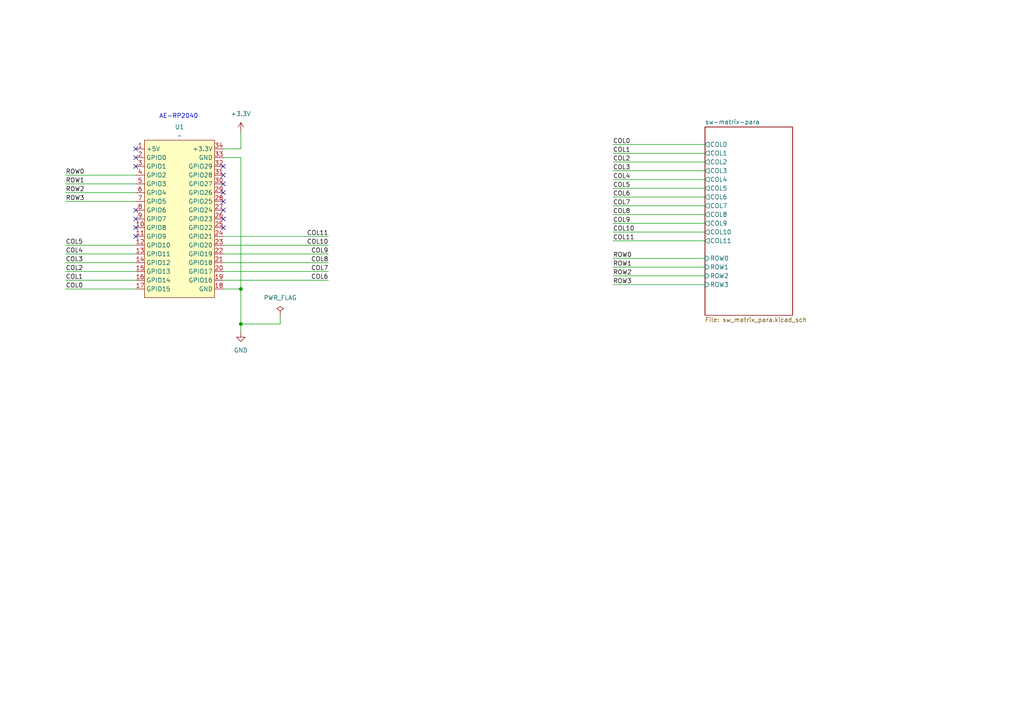
<source format=kicad_sch>
(kicad_sch (version 20231120) (generator "eeschema") (generator_version "8.0")
  (paper "A4")
  (lib_symbols
    (symbol "ae-rp2040:AE-RP2040"
      (property "Reference" "U" (at 0 24.13 0))
      (symbol "AE-RP2040_1_1"
        (rectangle (start -10.16 22.86) (end 10.16 -22.86) (fill (type background)))
        (pin power_out line (at -12.7 20.32 0) (length 2.54) (name "+5V") (number "1"))
        (pin bidirectional line (at -12.7 -2.54 0) (length 2.54) (name "GPIO8") (number "10"))
        (pin bidirectional line (at -12.7 -5.08 0) (length 2.54) (name "GPIO9") (number "11"))
        (pin bidirectional line (at -12.7 -7.62 0) (length 2.54) (name "GPIO10") (number "12"))
        (pin bidirectional line (at -12.7 -10.16 0) (length 2.54) (name "GPIO11") (number "13"))
        (pin bidirectional line (at -12.7 -12.7 0) (length 2.54) (name "GPIO12") (number "14"))
        (pin bidirectional line (at -12.7 -15.24 0) (length 2.54) (name "GPIO13") (number "15"))
        (pin bidirectional line (at -12.7 -17.78 0) (length 2.54) (name "GPIO14") (number "16"))
        (pin bidirectional line (at -12.7 -20.32 0) (length 2.54) (name "GPIO15") (number "17"))
        (pin power_in line (at 12.7 -20.32 180) (length 2.54) (name "GND") (number "18"))
        (pin bidirectional line (at 12.7 -17.78 180) (length 2.54) (name "GPIO16") (number "19"))
        (pin bidirectional line (at -12.7 17.78 0) (length 2.54) (name "GPIO0") (number "2"))
        (pin bidirectional line (at 12.7 -15.24 180) (length 2.54) (name "GPIO17") (number "20"))
        (pin bidirectional line (at 12.7 -12.7 180) (length 2.54) (name "GPIO18") (number "21"))
        (pin bidirectional line (at 12.7 -10.16 180) (length 2.54) (name "GPIO19") (number "22"))
        (pin bidirectional line (at 12.7 -7.62 180) (length 2.54) (name "GPIO20") (number "23"))
        (pin bidirectional line (at 12.7 -5.08 180) (length 2.54) (name "GPIO21") (number "24"))
        (pin bidirectional line (at 12.7 -2.54 180) (length 2.54) (name "GPIO22") (number "25"))
        (pin bidirectional line (at 12.7 0 180) (length 2.54) (name "GPIO23") (number "26"))
        (pin bidirectional line (at 12.7 2.54 180) (length 2.54) (name "GPIO24") (number "27"))
        (pin bidirectional line (at 12.7 5.08 180) (length 2.54) (name "GPIO25") (number "28"))
        (pin bidirectional line (at 12.7 7.62 180) (length 2.54) (name "GPIO26") (number "29"))
        (pin bidirectional line (at -12.7 15.24 0) (length 2.54) (name "GPIO1") (number "3"))
        (pin bidirectional line (at 12.7 10.16 180) (length 2.54) (name "GPIO27") (number "30"))
        (pin bidirectional line (at 12.7 12.7 180) (length 2.54) (name "GPIO28") (number "31"))
        (pin bidirectional line (at 12.7 15.24 180) (length 2.54) (name "GPIO29") (number "32"))
        (pin power_in line (at 12.7 17.78 180) (length 2.54) (name "GND") (number "33"))
        (pin power_out line (at 12.7 20.32 180) (length 2.54) (name "+3.3V") (number "34"))
        (pin bidirectional line (at -12.7 12.7 0) (length 2.54) (name "GPIO2") (number "4"))
        (pin bidirectional line (at -12.7 10.16 0) (length 2.54) (name "GPIO3") (number "5"))
        (pin bidirectional line (at -12.7 7.62 0) (length 2.54) (name "GPIO4") (number "6"))
        (pin bidirectional line (at -12.7 5.08 0) (length 2.54) (name "GPIO5") (number "7"))
        (pin bidirectional line (at -12.7 2.54 0) (length 2.54) (name "GPIO6") (number "8"))
        (pin bidirectional line (at -12.7 0 0) (length 2.54) (name "GPIO7") (number "9"))
      )
    )
    (symbol "power:+3.3V" (power) (pin_numbers hide) (pin_names (offset 0) hide)
      (property "Value" "+3.3V" (at 0 3.556 0))
      (symbol "+3.3V_0_1"
        (polyline (pts (xy -0.762 1.27) (xy 0 2.54)))
        (polyline (pts (xy 0 0) (xy 0 2.54)))
        (polyline (pts (xy 0 2.54) (xy 0.762 1.27)))
      )
      (symbol "+3.3V_1_1"
        (pin power_in line (at 0 0 90) (length 0) (name "~") (number "1"))
      )
    )
    (symbol "power:GND" (power) (pin_numbers hide) (pin_names (offset 0) hide)
      (property "Value" "GND" (at 0 -3.81 0))
      (symbol "GND_0_1"
        (polyline (pts (xy 0 0) (xy 0 -1.27) (xy 1.27 -1.27) (xy 0 -2.54) (xy -1.27 -1.27) (xy 0 -1.27)))
      )
      (symbol "GND_1_1"
        (pin power_in line (at 0 0 270) (length 0) (name "~") (number "1"))
      )
    )
    (symbol "power:PWR_FLAG" (power) (pin_numbers hide) (pin_names (offset 0) hide)
      (property "Value" "PWR_FLAG" (at 0 3.81 0))
      (symbol "PWR_FLAG_0_0"
        (pin power_out line (at 0 0 90) (length 0) (name "~") (number "1"))
      )
      (symbol "PWR_FLAG_0_1"
        (polyline (pts (xy 0 0) (xy 0 1.27) (xy -1.016 1.905) (xy 0 2.54) (xy 1.016 1.905) (xy 0 1.27)))
      )
    )
  )
  (junction (at 69.85 83.82))
  (junction (at 69.85 93.98))
  (no_connect (at 39.37 66.04))
  (no_connect (at 39.37 48.26))
  (no_connect (at 64.77 50.8))
  (no_connect (at 39.37 63.5))
  (no_connect (at 39.37 43.18))
  (no_connect (at 64.77 53.34))
  (no_connect (at 64.77 48.26))
  (no_connect (at 64.77 58.42))
  (no_connect (at 64.77 66.04))
  (no_connect (at 64.77 55.88))
  (no_connect (at 39.37 45.72))
  (no_connect (at 39.37 60.96))
  (no_connect (at 64.77 63.5))
  (no_connect (at 64.77 60.96))
  (no_connect (at 39.37 68.58))
  (wire (pts (xy 19.05 50.8) (xy 39.37 50.8)))
  (wire (pts (xy 19.05 76.2) (xy 39.37 76.2)))
  (wire (pts (xy 177.8 62.23) (xy 204.47 62.23)))
  (wire (pts (xy 69.85 38.1) (xy 69.85 43.18)))
  (wire (pts (xy 69.85 83.82) (xy 69.85 93.98)))
  (wire (pts (xy 64.77 45.72) (xy 69.85 45.72)))
  (wire (pts (xy 64.77 73.66) (xy 95.25 73.66)))
  (wire (pts (xy 177.8 49.53) (xy 204.47 49.53)))
  (wire (pts (xy 177.8 57.15) (xy 204.47 57.15)))
  (wire (pts (xy 64.77 78.74) (xy 95.25 78.74)))
  (wire (pts (xy 177.8 59.69) (xy 204.47 59.69)))
  (wire (pts (xy 69.85 45.72) (xy 69.85 83.82)))
  (wire (pts (xy 19.05 83.82) (xy 39.37 83.82)))
  (wire (pts (xy 177.8 41.91) (xy 204.47 41.91)))
  (wire (pts (xy 177.8 44.45) (xy 204.47 44.45)))
  (wire (pts (xy 177.8 46.99) (xy 204.47 46.99)))
  (wire (pts (xy 19.05 71.12) (xy 39.37 71.12)))
  (wire (pts (xy 64.77 81.28) (xy 95.25 81.28)))
  (wire (pts (xy 177.8 77.47) (xy 204.47 77.47)))
  (wire (pts (xy 19.05 53.34) (xy 39.37 53.34)))
  (wire (pts (xy 177.8 74.93) (xy 204.47 74.93)))
  (wire (pts (xy 69.85 43.18) (xy 64.77 43.18)))
  (wire (pts (xy 19.05 73.66) (xy 39.37 73.66)))
  (wire (pts (xy 69.85 93.98) (xy 81.28 93.98)))
  (wire (pts (xy 64.77 71.12) (xy 95.25 71.12)))
  (wire (pts (xy 177.8 67.31) (xy 204.47 67.31)))
  (wire (pts (xy 64.77 83.82) (xy 69.85 83.82)))
  (wire (pts (xy 177.8 52.07) (xy 204.47 52.07)))
  (wire (pts (xy 19.05 81.28) (xy 39.37 81.28)))
  (wire (pts (xy 177.8 82.55) (xy 204.47 82.55)))
  (wire (pts (xy 177.8 80.01) (xy 204.47 80.01)))
  (wire (pts (xy 19.05 58.42) (xy 39.37 58.42)))
  (wire (pts (xy 69.85 93.98) (xy 69.85 96.52)))
  (wire (pts (xy 177.8 69.85) (xy 204.47 69.85)))
  (wire (pts (xy 177.8 64.77) (xy 204.47 64.77)))
  (wire (pts (xy 64.77 68.58) (xy 95.25 68.58)))
  (wire (pts (xy 19.05 78.74) (xy 39.37 78.74)))
  (wire (pts (xy 177.8 54.61) (xy 204.47 54.61)))
  (wire (pts (xy 19.05 55.88) (xy 39.37 55.88)))
  (wire (pts (xy 64.77 76.2) (xy 95.25 76.2)))
  (wire (pts (xy 81.28 91.44) (xy 81.28 93.98)))
  (text "AE-RP2040" (at 51.816 33.782 0) (effects (font (size 1.27 1.27))))
  (label "COL5" (at 177.8 54.61 0))
  (label "ROW3" (at 177.8 82.55 0))
  (label "COL9" (at 95.25 73.66 180))
  (label "COL11" (at 177.8 69.85 0))
  (label "COL5" (at 19.05 71.12 0))
  (label "ROW2" (at 177.8 80.01 0))
  (label "COL8" (at 95.25 76.2 180))
  (label "COL10" (at 95.25 71.12 180))
  (label "COL11" (at 95.25 68.58 180))
  (label "ROW3" (at 19.05 58.42 0))
  (label "ROW0" (at 19.05 50.8 0))
  (label "ROW1" (at 19.05 53.34 0))
  (label "COL7" (at 95.25 78.74 180))
  (label "COL4" (at 19.05 73.66 0))
  (label "COL1" (at 177.8 44.45 0))
  (label "COL6" (at 95.25 81.28 180))
  (label "COL1" (at 19.05 81.28 0))
  (label "ROW2" (at 19.05 55.88 0))
  (label "COL9" (at 177.8 64.77 0))
  (label "COL2" (at 19.05 78.74 0))
  (label "COL7" (at 177.8 59.69 0))
  (label "COL3" (at 19.05 76.2 0))
  (label "COL10" (at 177.8 67.31 0))
  (label "ROW0" (at 177.8 74.93 0))
  (label "COL4" (at 177.8 52.07 0))
  (label "COL2" (at 177.8 46.99 0))
  (label "COL0" (at 177.8 41.91 0))
  (label "COL3" (at 177.8 49.53 0))
  (label "COL0" (at 19.05 83.82 0))
  (label "COL8" (at 177.8 62.23 0))
  (label "COL6" (at 177.8 57.15 0))
  (label "ROW1" (at 177.8 77.47 0))
  (symbol (lib_id "power:+3.3V") (at 69.85 38.1 0) (unit 1)
    (property "Reference" "#PWR01" (effects (hide yes)))
    (property "Value" "+3.3V" (at 69.85 33.02 0))
    (property "Description" "Power symbol creates a global label with name \"+3.3V\"" (effects (hide yes)))
  )
  (symbol (lib_id "power:PWR_FLAG") (at 81.28 91.44 0) (unit 1)
    (property "Reference" "#FLG02" (effects (hide yes)))
    (property "Value" "PWR_FLAG" (at 81.28 86.36 0))
    (property "Description" "Special symbol for telling ERC where power comes from" (effects (hide yes)))
  )
  (symbol (lib_id "power:GND") (at 69.85 96.52 0) (unit 1)
    (property "Reference" "#PWR02" (effects (hide yes)))
    (property "Value" "GND" (at 69.85 101.6 0))
    (property "Description" "Power symbol creates a global label with name \"GND\" , ground" (effects (hide yes)))
  )
  (symbol (lib_id "ae-rp2040:AE-RP2040") (at 52.07 63.5 0) (unit 1)
    (property "Reference" "U1" (at 52.07 36.83 0))
    (property "Value" "~" (at 52.07 39.37 0))
    (property "Footprint" "ae-rp2040:AE-RP2040" (effects (hide yes)))
  )
  (sheet (at 204.47 36.83) (size 25.4 54.61) (stroke (width 0.1524))
    (property "Sheetname" "sw-matrix-para" (at 204.47 36.1184 0) (effects (justify left bottom)))
    (property "Sheetfile" "sw_matrix_para.kicad_sch" (at 204.47 92.0246 0) (effects (justify left top)))
    (pin "COL1" output (at 204.47 44.45 180))
    (pin "COL2" output (at 204.47 46.99 180))
    (pin "COL0" output (at 204.47 41.91 180))
    (pin "ROW0" input (at 204.47 74.93 180))
    (pin "ROW1" input (at 204.47 77.47 180))
    (pin "ROW2" input (at 204.47 80.01 180))
    (pin "ROW3" input (at 204.47 82.55 180))
    (pin "COL4" output (at 204.47 52.07 180))
    (pin "COL3" output (at 204.47 49.53 180))
    (pin "COL8" output (at 204.47 62.23 180))
    (pin "COL9" output (at 204.47 64.77 180))
    (pin "COL11" output (at 204.47 69.85 180))
    (pin "COL10" output (at 204.47 67.31 180))
    (pin "COL7" output (at 204.47 59.69 180))
    (pin "COL6" output (at 204.47 57.15 180))
    (pin "COL5" output (at 204.47 54.61 180))
  )
)
</source>
